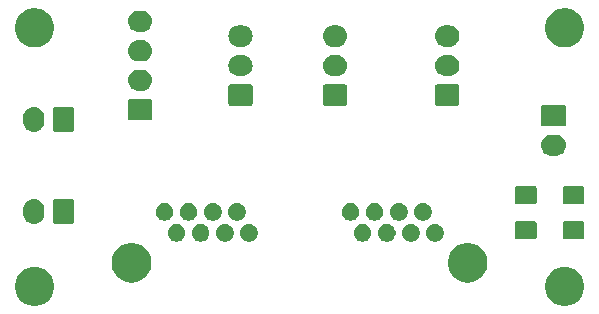
<source format=gbr>
G04 #@! TF.GenerationSoftware,KiCad,Pcbnew,(5.1.5)-3*
G04 #@! TF.CreationDate,2020-06-22T20:56:45+02:00*
G04 #@! TF.ProjectId,PCB Interface imprimante 3d,50434220-496e-4746-9572-666163652069,rev?*
G04 #@! TF.SameCoordinates,Original*
G04 #@! TF.FileFunction,Soldermask,Top*
G04 #@! TF.FilePolarity,Negative*
%FSLAX46Y46*%
G04 Gerber Fmt 4.6, Leading zero omitted, Abs format (unit mm)*
G04 Created by KiCad (PCBNEW (5.1.5)-3) date 2020-06-22 20:56:45*
%MOMM*%
%LPD*%
G04 APERTURE LIST*
%ADD10C,0.100000*%
G04 APERTURE END LIST*
D10*
G36*
X148825256Y-123841298D02*
G01*
X148931579Y-123862447D01*
X149232042Y-123986903D01*
X149502451Y-124167585D01*
X149732415Y-124397549D01*
X149913097Y-124667958D01*
X150037553Y-124968421D01*
X150101000Y-125287391D01*
X150101000Y-125612609D01*
X150037553Y-125931579D01*
X149913097Y-126232042D01*
X149732415Y-126502451D01*
X149502451Y-126732415D01*
X149232042Y-126913097D01*
X148931579Y-127037553D01*
X148825256Y-127058702D01*
X148612611Y-127101000D01*
X148287389Y-127101000D01*
X148074744Y-127058702D01*
X147968421Y-127037553D01*
X147667958Y-126913097D01*
X147397549Y-126732415D01*
X147167585Y-126502451D01*
X146986903Y-126232042D01*
X146862447Y-125931579D01*
X146799000Y-125612609D01*
X146799000Y-125287391D01*
X146862447Y-124968421D01*
X146986903Y-124667958D01*
X147167585Y-124397549D01*
X147397549Y-124167585D01*
X147667958Y-123986903D01*
X147968421Y-123862447D01*
X148074744Y-123841298D01*
X148287389Y-123799000D01*
X148612611Y-123799000D01*
X148825256Y-123841298D01*
G37*
G36*
X103925256Y-123841298D02*
G01*
X104031579Y-123862447D01*
X104332042Y-123986903D01*
X104602451Y-124167585D01*
X104832415Y-124397549D01*
X105013097Y-124667958D01*
X105137553Y-124968421D01*
X105201000Y-125287391D01*
X105201000Y-125612609D01*
X105137553Y-125931579D01*
X105013097Y-126232042D01*
X104832415Y-126502451D01*
X104602451Y-126732415D01*
X104332042Y-126913097D01*
X104031579Y-127037553D01*
X103925256Y-127058702D01*
X103712611Y-127101000D01*
X103387389Y-127101000D01*
X103174744Y-127058702D01*
X103068421Y-127037553D01*
X102767958Y-126913097D01*
X102497549Y-126732415D01*
X102267585Y-126502451D01*
X102086903Y-126232042D01*
X101962447Y-125931579D01*
X101899000Y-125612609D01*
X101899000Y-125287391D01*
X101962447Y-124968421D01*
X102086903Y-124667958D01*
X102267585Y-124397549D01*
X102497549Y-124167585D01*
X102767958Y-123986903D01*
X103068421Y-123862447D01*
X103174744Y-123841298D01*
X103387389Y-123799000D01*
X103712611Y-123799000D01*
X103925256Y-123841298D01*
G37*
G36*
X112263871Y-121838408D02*
G01*
X112568883Y-121964748D01*
X112843387Y-122148166D01*
X113076834Y-122381613D01*
X113260252Y-122656117D01*
X113386592Y-122961129D01*
X113451000Y-123284928D01*
X113451000Y-123615072D01*
X113386592Y-123938871D01*
X113260252Y-124243883D01*
X113076834Y-124518387D01*
X112843387Y-124751834D01*
X112568883Y-124935252D01*
X112263871Y-125061592D01*
X112101971Y-125093796D01*
X111940073Y-125126000D01*
X111609927Y-125126000D01*
X111448029Y-125093796D01*
X111286129Y-125061592D01*
X110981117Y-124935252D01*
X110706613Y-124751834D01*
X110473166Y-124518387D01*
X110289748Y-124243883D01*
X110163408Y-123938871D01*
X110099000Y-123615072D01*
X110099000Y-123284928D01*
X110163408Y-122961129D01*
X110289748Y-122656117D01*
X110473166Y-122381613D01*
X110706613Y-122148166D01*
X110981117Y-121964748D01*
X111286129Y-121838408D01*
X111609927Y-121774000D01*
X111940073Y-121774000D01*
X112263871Y-121838408D01*
G37*
G36*
X140713871Y-121838408D02*
G01*
X141018883Y-121964748D01*
X141293387Y-122148166D01*
X141526834Y-122381613D01*
X141710252Y-122656117D01*
X141836592Y-122961129D01*
X141901000Y-123284928D01*
X141901000Y-123615072D01*
X141836592Y-123938871D01*
X141710252Y-124243883D01*
X141526834Y-124518387D01*
X141293387Y-124751834D01*
X141018883Y-124935252D01*
X140713871Y-125061592D01*
X140551971Y-125093796D01*
X140390073Y-125126000D01*
X140059927Y-125126000D01*
X139898029Y-125093796D01*
X139736129Y-125061592D01*
X139431117Y-124935252D01*
X139156613Y-124751834D01*
X138923166Y-124518387D01*
X138739748Y-124243883D01*
X138613408Y-123938871D01*
X138549000Y-123615072D01*
X138549000Y-123284928D01*
X138613408Y-122961129D01*
X138739748Y-122656117D01*
X138923166Y-122381613D01*
X139156613Y-122148166D01*
X139431117Y-121964748D01*
X139736129Y-121838408D01*
X140059927Y-121774000D01*
X140390073Y-121774000D01*
X140713871Y-121838408D01*
G37*
G36*
X119885059Y-120187860D02*
G01*
X120021732Y-120244472D01*
X120144735Y-120326660D01*
X120249340Y-120431265D01*
X120331528Y-120554268D01*
X120388140Y-120690941D01*
X120417000Y-120836033D01*
X120417000Y-120983967D01*
X120388140Y-121129059D01*
X120331528Y-121265732D01*
X120249340Y-121388735D01*
X120144735Y-121493340D01*
X120021732Y-121575528D01*
X120021731Y-121575529D01*
X120021730Y-121575529D01*
X119885059Y-121632140D01*
X119739968Y-121661000D01*
X119592032Y-121661000D01*
X119446941Y-121632140D01*
X119310270Y-121575529D01*
X119310269Y-121575529D01*
X119310268Y-121575528D01*
X119187265Y-121493340D01*
X119082660Y-121388735D01*
X119000472Y-121265732D01*
X118943860Y-121129059D01*
X118915000Y-120983967D01*
X118915000Y-120836033D01*
X118943860Y-120690941D01*
X119000472Y-120554268D01*
X119082660Y-120431265D01*
X119187265Y-120326660D01*
X119310268Y-120244472D01*
X119446941Y-120187860D01*
X119592032Y-120159000D01*
X119739968Y-120159000D01*
X119885059Y-120187860D01*
G37*
G36*
X121925059Y-120187860D02*
G01*
X122061732Y-120244472D01*
X122184735Y-120326660D01*
X122289340Y-120431265D01*
X122371528Y-120554268D01*
X122428140Y-120690941D01*
X122457000Y-120836033D01*
X122457000Y-120983967D01*
X122428140Y-121129059D01*
X122371528Y-121265732D01*
X122289340Y-121388735D01*
X122184735Y-121493340D01*
X122061732Y-121575528D01*
X122061731Y-121575529D01*
X122061730Y-121575529D01*
X121925059Y-121632140D01*
X121779968Y-121661000D01*
X121632032Y-121661000D01*
X121486941Y-121632140D01*
X121350270Y-121575529D01*
X121350269Y-121575529D01*
X121350268Y-121575528D01*
X121227265Y-121493340D01*
X121122660Y-121388735D01*
X121040472Y-121265732D01*
X120983860Y-121129059D01*
X120955000Y-120983967D01*
X120955000Y-120836033D01*
X120983860Y-120690941D01*
X121040472Y-120554268D01*
X121122660Y-120431265D01*
X121227265Y-120326660D01*
X121350268Y-120244472D01*
X121486941Y-120187860D01*
X121632032Y-120159000D01*
X121779968Y-120159000D01*
X121925059Y-120187860D01*
G37*
G36*
X133594059Y-120187860D02*
G01*
X133730732Y-120244472D01*
X133853735Y-120326660D01*
X133958340Y-120431265D01*
X134040528Y-120554268D01*
X134097140Y-120690941D01*
X134126000Y-120836033D01*
X134126000Y-120983967D01*
X134097140Y-121129059D01*
X134040528Y-121265732D01*
X133958340Y-121388735D01*
X133853735Y-121493340D01*
X133730732Y-121575528D01*
X133730731Y-121575529D01*
X133730730Y-121575529D01*
X133594059Y-121632140D01*
X133448968Y-121661000D01*
X133301032Y-121661000D01*
X133155941Y-121632140D01*
X133019270Y-121575529D01*
X133019269Y-121575529D01*
X133019268Y-121575528D01*
X132896265Y-121493340D01*
X132791660Y-121388735D01*
X132709472Y-121265732D01*
X132652860Y-121129059D01*
X132624000Y-120983967D01*
X132624000Y-120836033D01*
X132652860Y-120690941D01*
X132709472Y-120554268D01*
X132791660Y-120431265D01*
X132896265Y-120326660D01*
X133019268Y-120244472D01*
X133155941Y-120187860D01*
X133301032Y-120159000D01*
X133448968Y-120159000D01*
X133594059Y-120187860D01*
G37*
G36*
X117845059Y-120187860D02*
G01*
X117981732Y-120244472D01*
X118104735Y-120326660D01*
X118209340Y-120431265D01*
X118291528Y-120554268D01*
X118348140Y-120690941D01*
X118377000Y-120836033D01*
X118377000Y-120983967D01*
X118348140Y-121129059D01*
X118291528Y-121265732D01*
X118209340Y-121388735D01*
X118104735Y-121493340D01*
X117981732Y-121575528D01*
X117981731Y-121575529D01*
X117981730Y-121575529D01*
X117845059Y-121632140D01*
X117699968Y-121661000D01*
X117552032Y-121661000D01*
X117406941Y-121632140D01*
X117270270Y-121575529D01*
X117270269Y-121575529D01*
X117270268Y-121575528D01*
X117147265Y-121493340D01*
X117042660Y-121388735D01*
X116960472Y-121265732D01*
X116903860Y-121129059D01*
X116875000Y-120983967D01*
X116875000Y-120836033D01*
X116903860Y-120690941D01*
X116960472Y-120554268D01*
X117042660Y-120431265D01*
X117147265Y-120326660D01*
X117270268Y-120244472D01*
X117406941Y-120187860D01*
X117552032Y-120159000D01*
X117699968Y-120159000D01*
X117845059Y-120187860D01*
G37*
G36*
X115804059Y-120187860D02*
G01*
X115940732Y-120244472D01*
X116063735Y-120326660D01*
X116168340Y-120431265D01*
X116250528Y-120554268D01*
X116307140Y-120690941D01*
X116336000Y-120836033D01*
X116336000Y-120983967D01*
X116307140Y-121129059D01*
X116250528Y-121265732D01*
X116168340Y-121388735D01*
X116063735Y-121493340D01*
X115940732Y-121575528D01*
X115940731Y-121575529D01*
X115940730Y-121575529D01*
X115804059Y-121632140D01*
X115658968Y-121661000D01*
X115511032Y-121661000D01*
X115365941Y-121632140D01*
X115229270Y-121575529D01*
X115229269Y-121575529D01*
X115229268Y-121575528D01*
X115106265Y-121493340D01*
X115001660Y-121388735D01*
X114919472Y-121265732D01*
X114862860Y-121129059D01*
X114834000Y-120983967D01*
X114834000Y-120836033D01*
X114862860Y-120690941D01*
X114919472Y-120554268D01*
X115001660Y-120431265D01*
X115106265Y-120326660D01*
X115229268Y-120244472D01*
X115365941Y-120187860D01*
X115511032Y-120159000D01*
X115658968Y-120159000D01*
X115804059Y-120187860D01*
G37*
G36*
X137674059Y-120187860D02*
G01*
X137810732Y-120244472D01*
X137933735Y-120326660D01*
X138038340Y-120431265D01*
X138120528Y-120554268D01*
X138177140Y-120690941D01*
X138206000Y-120836033D01*
X138206000Y-120983967D01*
X138177140Y-121129059D01*
X138120528Y-121265732D01*
X138038340Y-121388735D01*
X137933735Y-121493340D01*
X137810732Y-121575528D01*
X137810731Y-121575529D01*
X137810730Y-121575529D01*
X137674059Y-121632140D01*
X137528968Y-121661000D01*
X137381032Y-121661000D01*
X137235941Y-121632140D01*
X137099270Y-121575529D01*
X137099269Y-121575529D01*
X137099268Y-121575528D01*
X136976265Y-121493340D01*
X136871660Y-121388735D01*
X136789472Y-121265732D01*
X136732860Y-121129059D01*
X136704000Y-120983967D01*
X136704000Y-120836033D01*
X136732860Y-120690941D01*
X136789472Y-120554268D01*
X136871660Y-120431265D01*
X136976265Y-120326660D01*
X137099268Y-120244472D01*
X137235941Y-120187860D01*
X137381032Y-120159000D01*
X137528968Y-120159000D01*
X137674059Y-120187860D01*
G37*
G36*
X135634059Y-120187860D02*
G01*
X135770732Y-120244472D01*
X135893735Y-120326660D01*
X135998340Y-120431265D01*
X136080528Y-120554268D01*
X136137140Y-120690941D01*
X136166000Y-120836033D01*
X136166000Y-120983967D01*
X136137140Y-121129059D01*
X136080528Y-121265732D01*
X135998340Y-121388735D01*
X135893735Y-121493340D01*
X135770732Y-121575528D01*
X135770731Y-121575529D01*
X135770730Y-121575529D01*
X135634059Y-121632140D01*
X135488968Y-121661000D01*
X135341032Y-121661000D01*
X135195941Y-121632140D01*
X135059270Y-121575529D01*
X135059269Y-121575529D01*
X135059268Y-121575528D01*
X134936265Y-121493340D01*
X134831660Y-121388735D01*
X134749472Y-121265732D01*
X134692860Y-121129059D01*
X134664000Y-120983967D01*
X134664000Y-120836033D01*
X134692860Y-120690941D01*
X134749472Y-120554268D01*
X134831660Y-120431265D01*
X134936265Y-120326660D01*
X135059268Y-120244472D01*
X135195941Y-120187860D01*
X135341032Y-120159000D01*
X135488968Y-120159000D01*
X135634059Y-120187860D01*
G37*
G36*
X131554059Y-120187860D02*
G01*
X131690732Y-120244472D01*
X131813735Y-120326660D01*
X131918340Y-120431265D01*
X132000528Y-120554268D01*
X132057140Y-120690941D01*
X132086000Y-120836033D01*
X132086000Y-120983967D01*
X132057140Y-121129059D01*
X132000528Y-121265732D01*
X131918340Y-121388735D01*
X131813735Y-121493340D01*
X131690732Y-121575528D01*
X131690731Y-121575529D01*
X131690730Y-121575529D01*
X131554059Y-121632140D01*
X131408968Y-121661000D01*
X131261032Y-121661000D01*
X131115941Y-121632140D01*
X130979270Y-121575529D01*
X130979269Y-121575529D01*
X130979268Y-121575528D01*
X130856265Y-121493340D01*
X130751660Y-121388735D01*
X130669472Y-121265732D01*
X130612860Y-121129059D01*
X130584000Y-120983967D01*
X130584000Y-120836033D01*
X130612860Y-120690941D01*
X130669472Y-120554268D01*
X130751660Y-120431265D01*
X130856265Y-120326660D01*
X130979268Y-120244472D01*
X131115941Y-120187860D01*
X131261032Y-120159000D01*
X131408968Y-120159000D01*
X131554059Y-120187860D01*
G37*
G36*
X145925562Y-119928181D02*
G01*
X145960481Y-119938774D01*
X145992663Y-119955976D01*
X146020873Y-119979127D01*
X146044024Y-120007337D01*
X146061226Y-120039519D01*
X146071819Y-120074438D01*
X146076000Y-120116895D01*
X146076000Y-121258105D01*
X146071819Y-121300562D01*
X146061226Y-121335481D01*
X146044024Y-121367663D01*
X146020873Y-121395873D01*
X145992663Y-121419024D01*
X145960481Y-121436226D01*
X145925562Y-121446819D01*
X145883105Y-121451000D01*
X144416895Y-121451000D01*
X144374438Y-121446819D01*
X144339519Y-121436226D01*
X144307337Y-121419024D01*
X144279127Y-121395873D01*
X144255976Y-121367663D01*
X144238774Y-121335481D01*
X144228181Y-121300562D01*
X144224000Y-121258105D01*
X144224000Y-120116895D01*
X144228181Y-120074438D01*
X144238774Y-120039519D01*
X144255976Y-120007337D01*
X144279127Y-119979127D01*
X144307337Y-119955976D01*
X144339519Y-119938774D01*
X144374438Y-119928181D01*
X144416895Y-119924000D01*
X145883105Y-119924000D01*
X145925562Y-119928181D01*
G37*
G36*
X149975562Y-119928181D02*
G01*
X150010481Y-119938774D01*
X150042663Y-119955976D01*
X150070873Y-119979127D01*
X150094024Y-120007337D01*
X150111226Y-120039519D01*
X150121819Y-120074438D01*
X150126000Y-120116895D01*
X150126000Y-121258105D01*
X150121819Y-121300562D01*
X150111226Y-121335481D01*
X150094024Y-121367663D01*
X150070873Y-121395873D01*
X150042663Y-121419024D01*
X150010481Y-121436226D01*
X149975562Y-121446819D01*
X149933105Y-121451000D01*
X148466895Y-121451000D01*
X148424438Y-121446819D01*
X148389519Y-121436226D01*
X148357337Y-121419024D01*
X148329127Y-121395873D01*
X148305976Y-121367663D01*
X148288774Y-121335481D01*
X148278181Y-121300562D01*
X148274000Y-121258105D01*
X148274000Y-120116895D01*
X148278181Y-120074438D01*
X148288774Y-120039519D01*
X148305976Y-120007337D01*
X148329127Y-119979127D01*
X148357337Y-119955976D01*
X148389519Y-119938774D01*
X148424438Y-119928181D01*
X148466895Y-119924000D01*
X149933105Y-119924000D01*
X149975562Y-119928181D01*
G37*
G36*
X103676627Y-118062037D02*
G01*
X103846466Y-118113557D01*
X104002991Y-118197222D01*
X104038729Y-118226552D01*
X104140186Y-118309814D01*
X104220649Y-118407860D01*
X104252778Y-118447009D01*
X104336443Y-118603534D01*
X104387963Y-118773374D01*
X104401000Y-118905743D01*
X104401000Y-119294258D01*
X104387963Y-119426627D01*
X104336443Y-119596466D01*
X104252778Y-119752991D01*
X104223448Y-119788729D01*
X104140186Y-119890186D01*
X104002989Y-120002779D01*
X103868925Y-120074438D01*
X103846465Y-120086443D01*
X103676626Y-120137963D01*
X103500000Y-120155359D01*
X103323373Y-120137963D01*
X103153534Y-120086443D01*
X102997009Y-120002778D01*
X102939981Y-119955976D01*
X102859814Y-119890186D01*
X102747221Y-119752989D01*
X102663558Y-119596467D01*
X102629967Y-119485732D01*
X102612037Y-119426626D01*
X102599000Y-119294257D01*
X102599000Y-118905742D01*
X102612037Y-118773373D01*
X102663557Y-118603534D01*
X102747222Y-118447009D01*
X102859815Y-118309815D01*
X102997010Y-118197222D01*
X103153535Y-118113557D01*
X103323374Y-118062037D01*
X103500000Y-118044641D01*
X103676627Y-118062037D01*
G37*
G36*
X106758600Y-118052989D02*
G01*
X106791652Y-118063015D01*
X106822103Y-118079292D01*
X106848799Y-118101201D01*
X106870708Y-118127897D01*
X106886985Y-118158348D01*
X106897011Y-118191400D01*
X106901000Y-118231903D01*
X106901000Y-119968097D01*
X106897011Y-120008600D01*
X106886985Y-120041652D01*
X106870708Y-120072103D01*
X106848799Y-120098799D01*
X106822103Y-120120708D01*
X106791652Y-120136985D01*
X106758600Y-120147011D01*
X106718097Y-120151000D01*
X105281903Y-120151000D01*
X105241400Y-120147011D01*
X105208348Y-120136985D01*
X105177897Y-120120708D01*
X105151201Y-120098799D01*
X105129292Y-120072103D01*
X105113015Y-120041652D01*
X105102989Y-120008600D01*
X105099000Y-119968097D01*
X105099000Y-118231903D01*
X105102989Y-118191400D01*
X105113015Y-118158348D01*
X105129292Y-118127897D01*
X105151201Y-118101201D01*
X105177897Y-118079292D01*
X105208348Y-118063015D01*
X105241400Y-118052989D01*
X105281903Y-118049000D01*
X106718097Y-118049000D01*
X106758600Y-118052989D01*
G37*
G36*
X134614059Y-118407860D02*
G01*
X134742896Y-118461226D01*
X134750732Y-118464472D01*
X134873735Y-118546660D01*
X134978340Y-118651265D01*
X135059931Y-118773375D01*
X135060529Y-118774270D01*
X135117140Y-118910941D01*
X135146000Y-119056032D01*
X135146000Y-119203968D01*
X135117140Y-119349059D01*
X135085012Y-119426624D01*
X135060528Y-119485732D01*
X134978340Y-119608735D01*
X134873735Y-119713340D01*
X134750732Y-119795528D01*
X134750731Y-119795529D01*
X134750730Y-119795529D01*
X134614059Y-119852140D01*
X134468968Y-119881000D01*
X134321032Y-119881000D01*
X134175941Y-119852140D01*
X134039270Y-119795529D01*
X134039269Y-119795529D01*
X134039268Y-119795528D01*
X133916265Y-119713340D01*
X133811660Y-119608735D01*
X133729472Y-119485732D01*
X133704989Y-119426624D01*
X133672860Y-119349059D01*
X133644000Y-119203968D01*
X133644000Y-119056032D01*
X133672860Y-118910941D01*
X133729471Y-118774270D01*
X133730069Y-118773375D01*
X133811660Y-118651265D01*
X133916265Y-118546660D01*
X134039268Y-118464472D01*
X134047105Y-118461226D01*
X134175941Y-118407860D01*
X134321032Y-118379000D01*
X134468968Y-118379000D01*
X134614059Y-118407860D01*
G37*
G36*
X120905059Y-118407860D02*
G01*
X121033896Y-118461226D01*
X121041732Y-118464472D01*
X121164735Y-118546660D01*
X121269340Y-118651265D01*
X121350931Y-118773375D01*
X121351529Y-118774270D01*
X121408140Y-118910941D01*
X121437000Y-119056032D01*
X121437000Y-119203968D01*
X121408140Y-119349059D01*
X121376012Y-119426624D01*
X121351528Y-119485732D01*
X121269340Y-119608735D01*
X121164735Y-119713340D01*
X121041732Y-119795528D01*
X121041731Y-119795529D01*
X121041730Y-119795529D01*
X120905059Y-119852140D01*
X120759968Y-119881000D01*
X120612032Y-119881000D01*
X120466941Y-119852140D01*
X120330270Y-119795529D01*
X120330269Y-119795529D01*
X120330268Y-119795528D01*
X120207265Y-119713340D01*
X120102660Y-119608735D01*
X120020472Y-119485732D01*
X119995989Y-119426624D01*
X119963860Y-119349059D01*
X119935000Y-119203968D01*
X119935000Y-119056032D01*
X119963860Y-118910941D01*
X120020471Y-118774270D01*
X120021069Y-118773375D01*
X120102660Y-118651265D01*
X120207265Y-118546660D01*
X120330268Y-118464472D01*
X120338105Y-118461226D01*
X120466941Y-118407860D01*
X120612032Y-118379000D01*
X120759968Y-118379000D01*
X120905059Y-118407860D01*
G37*
G36*
X118865059Y-118407860D02*
G01*
X118993896Y-118461226D01*
X119001732Y-118464472D01*
X119124735Y-118546660D01*
X119229340Y-118651265D01*
X119310931Y-118773375D01*
X119311529Y-118774270D01*
X119368140Y-118910941D01*
X119397000Y-119056032D01*
X119397000Y-119203968D01*
X119368140Y-119349059D01*
X119336012Y-119426624D01*
X119311528Y-119485732D01*
X119229340Y-119608735D01*
X119124735Y-119713340D01*
X119001732Y-119795528D01*
X119001731Y-119795529D01*
X119001730Y-119795529D01*
X118865059Y-119852140D01*
X118719968Y-119881000D01*
X118572032Y-119881000D01*
X118426941Y-119852140D01*
X118290270Y-119795529D01*
X118290269Y-119795529D01*
X118290268Y-119795528D01*
X118167265Y-119713340D01*
X118062660Y-119608735D01*
X117980472Y-119485732D01*
X117955989Y-119426624D01*
X117923860Y-119349059D01*
X117895000Y-119203968D01*
X117895000Y-119056032D01*
X117923860Y-118910941D01*
X117980471Y-118774270D01*
X117981069Y-118773375D01*
X118062660Y-118651265D01*
X118167265Y-118546660D01*
X118290268Y-118464472D01*
X118298105Y-118461226D01*
X118426941Y-118407860D01*
X118572032Y-118379000D01*
X118719968Y-118379000D01*
X118865059Y-118407860D01*
G37*
G36*
X114784059Y-118407860D02*
G01*
X114912896Y-118461226D01*
X114920732Y-118464472D01*
X115043735Y-118546660D01*
X115148340Y-118651265D01*
X115229931Y-118773375D01*
X115230529Y-118774270D01*
X115287140Y-118910941D01*
X115316000Y-119056032D01*
X115316000Y-119203968D01*
X115287140Y-119349059D01*
X115255012Y-119426624D01*
X115230528Y-119485732D01*
X115148340Y-119608735D01*
X115043735Y-119713340D01*
X114920732Y-119795528D01*
X114920731Y-119795529D01*
X114920730Y-119795529D01*
X114784059Y-119852140D01*
X114638968Y-119881000D01*
X114491032Y-119881000D01*
X114345941Y-119852140D01*
X114209270Y-119795529D01*
X114209269Y-119795529D01*
X114209268Y-119795528D01*
X114086265Y-119713340D01*
X113981660Y-119608735D01*
X113899472Y-119485732D01*
X113874989Y-119426624D01*
X113842860Y-119349059D01*
X113814000Y-119203968D01*
X113814000Y-119056032D01*
X113842860Y-118910941D01*
X113899471Y-118774270D01*
X113900069Y-118773375D01*
X113981660Y-118651265D01*
X114086265Y-118546660D01*
X114209268Y-118464472D01*
X114217105Y-118461226D01*
X114345941Y-118407860D01*
X114491032Y-118379000D01*
X114638968Y-118379000D01*
X114784059Y-118407860D01*
G37*
G36*
X116824059Y-118407860D02*
G01*
X116952896Y-118461226D01*
X116960732Y-118464472D01*
X117083735Y-118546660D01*
X117188340Y-118651265D01*
X117269931Y-118773375D01*
X117270529Y-118774270D01*
X117327140Y-118910941D01*
X117356000Y-119056032D01*
X117356000Y-119203968D01*
X117327140Y-119349059D01*
X117295012Y-119426624D01*
X117270528Y-119485732D01*
X117188340Y-119608735D01*
X117083735Y-119713340D01*
X116960732Y-119795528D01*
X116960731Y-119795529D01*
X116960730Y-119795529D01*
X116824059Y-119852140D01*
X116678968Y-119881000D01*
X116531032Y-119881000D01*
X116385941Y-119852140D01*
X116249270Y-119795529D01*
X116249269Y-119795529D01*
X116249268Y-119795528D01*
X116126265Y-119713340D01*
X116021660Y-119608735D01*
X115939472Y-119485732D01*
X115914989Y-119426624D01*
X115882860Y-119349059D01*
X115854000Y-119203968D01*
X115854000Y-119056032D01*
X115882860Y-118910941D01*
X115939471Y-118774270D01*
X115940069Y-118773375D01*
X116021660Y-118651265D01*
X116126265Y-118546660D01*
X116249268Y-118464472D01*
X116257105Y-118461226D01*
X116385941Y-118407860D01*
X116531032Y-118379000D01*
X116678968Y-118379000D01*
X116824059Y-118407860D01*
G37*
G36*
X136654059Y-118407860D02*
G01*
X136782896Y-118461226D01*
X136790732Y-118464472D01*
X136913735Y-118546660D01*
X137018340Y-118651265D01*
X137099931Y-118773375D01*
X137100529Y-118774270D01*
X137157140Y-118910941D01*
X137186000Y-119056032D01*
X137186000Y-119203968D01*
X137157140Y-119349059D01*
X137125012Y-119426624D01*
X137100528Y-119485732D01*
X137018340Y-119608735D01*
X136913735Y-119713340D01*
X136790732Y-119795528D01*
X136790731Y-119795529D01*
X136790730Y-119795529D01*
X136654059Y-119852140D01*
X136508968Y-119881000D01*
X136361032Y-119881000D01*
X136215941Y-119852140D01*
X136079270Y-119795529D01*
X136079269Y-119795529D01*
X136079268Y-119795528D01*
X135956265Y-119713340D01*
X135851660Y-119608735D01*
X135769472Y-119485732D01*
X135744989Y-119426624D01*
X135712860Y-119349059D01*
X135684000Y-119203968D01*
X135684000Y-119056032D01*
X135712860Y-118910941D01*
X135769471Y-118774270D01*
X135770069Y-118773375D01*
X135851660Y-118651265D01*
X135956265Y-118546660D01*
X136079268Y-118464472D01*
X136087105Y-118461226D01*
X136215941Y-118407860D01*
X136361032Y-118379000D01*
X136508968Y-118379000D01*
X136654059Y-118407860D01*
G37*
G36*
X130534059Y-118407860D02*
G01*
X130662896Y-118461226D01*
X130670732Y-118464472D01*
X130793735Y-118546660D01*
X130898340Y-118651265D01*
X130979931Y-118773375D01*
X130980529Y-118774270D01*
X131037140Y-118910941D01*
X131066000Y-119056032D01*
X131066000Y-119203968D01*
X131037140Y-119349059D01*
X131005012Y-119426624D01*
X130980528Y-119485732D01*
X130898340Y-119608735D01*
X130793735Y-119713340D01*
X130670732Y-119795528D01*
X130670731Y-119795529D01*
X130670730Y-119795529D01*
X130534059Y-119852140D01*
X130388968Y-119881000D01*
X130241032Y-119881000D01*
X130095941Y-119852140D01*
X129959270Y-119795529D01*
X129959269Y-119795529D01*
X129959268Y-119795528D01*
X129836265Y-119713340D01*
X129731660Y-119608735D01*
X129649472Y-119485732D01*
X129624989Y-119426624D01*
X129592860Y-119349059D01*
X129564000Y-119203968D01*
X129564000Y-119056032D01*
X129592860Y-118910941D01*
X129649471Y-118774270D01*
X129650069Y-118773375D01*
X129731660Y-118651265D01*
X129836265Y-118546660D01*
X129959268Y-118464472D01*
X129967105Y-118461226D01*
X130095941Y-118407860D01*
X130241032Y-118379000D01*
X130388968Y-118379000D01*
X130534059Y-118407860D01*
G37*
G36*
X132574059Y-118407860D02*
G01*
X132702896Y-118461226D01*
X132710732Y-118464472D01*
X132833735Y-118546660D01*
X132938340Y-118651265D01*
X133019931Y-118773375D01*
X133020529Y-118774270D01*
X133077140Y-118910941D01*
X133106000Y-119056032D01*
X133106000Y-119203968D01*
X133077140Y-119349059D01*
X133045012Y-119426624D01*
X133020528Y-119485732D01*
X132938340Y-119608735D01*
X132833735Y-119713340D01*
X132710732Y-119795528D01*
X132710731Y-119795529D01*
X132710730Y-119795529D01*
X132574059Y-119852140D01*
X132428968Y-119881000D01*
X132281032Y-119881000D01*
X132135941Y-119852140D01*
X131999270Y-119795529D01*
X131999269Y-119795529D01*
X131999268Y-119795528D01*
X131876265Y-119713340D01*
X131771660Y-119608735D01*
X131689472Y-119485732D01*
X131664989Y-119426624D01*
X131632860Y-119349059D01*
X131604000Y-119203968D01*
X131604000Y-119056032D01*
X131632860Y-118910941D01*
X131689471Y-118774270D01*
X131690069Y-118773375D01*
X131771660Y-118651265D01*
X131876265Y-118546660D01*
X131999268Y-118464472D01*
X132007105Y-118461226D01*
X132135941Y-118407860D01*
X132281032Y-118379000D01*
X132428968Y-118379000D01*
X132574059Y-118407860D01*
G37*
G36*
X145925562Y-116953181D02*
G01*
X145960481Y-116963774D01*
X145992663Y-116980976D01*
X146020873Y-117004127D01*
X146044024Y-117032337D01*
X146061226Y-117064519D01*
X146071819Y-117099438D01*
X146076000Y-117141895D01*
X146076000Y-118283105D01*
X146071819Y-118325562D01*
X146061226Y-118360481D01*
X146044024Y-118392663D01*
X146020873Y-118420873D01*
X145992663Y-118444024D01*
X145960481Y-118461226D01*
X145925562Y-118471819D01*
X145883105Y-118476000D01*
X144416895Y-118476000D01*
X144374438Y-118471819D01*
X144339519Y-118461226D01*
X144307337Y-118444024D01*
X144279127Y-118420873D01*
X144255976Y-118392663D01*
X144238774Y-118360481D01*
X144228181Y-118325562D01*
X144224000Y-118283105D01*
X144224000Y-117141895D01*
X144228181Y-117099438D01*
X144238774Y-117064519D01*
X144255976Y-117032337D01*
X144279127Y-117004127D01*
X144307337Y-116980976D01*
X144339519Y-116963774D01*
X144374438Y-116953181D01*
X144416895Y-116949000D01*
X145883105Y-116949000D01*
X145925562Y-116953181D01*
G37*
G36*
X149975562Y-116953181D02*
G01*
X150010481Y-116963774D01*
X150042663Y-116980976D01*
X150070873Y-117004127D01*
X150094024Y-117032337D01*
X150111226Y-117064519D01*
X150121819Y-117099438D01*
X150126000Y-117141895D01*
X150126000Y-118283105D01*
X150121819Y-118325562D01*
X150111226Y-118360481D01*
X150094024Y-118392663D01*
X150070873Y-118420873D01*
X150042663Y-118444024D01*
X150010481Y-118461226D01*
X149975562Y-118471819D01*
X149933105Y-118476000D01*
X148466895Y-118476000D01*
X148424438Y-118471819D01*
X148389519Y-118461226D01*
X148357337Y-118444024D01*
X148329127Y-118420873D01*
X148305976Y-118392663D01*
X148288774Y-118360481D01*
X148278181Y-118325562D01*
X148274000Y-118283105D01*
X148274000Y-117141895D01*
X148278181Y-117099438D01*
X148288774Y-117064519D01*
X148305976Y-117032337D01*
X148329127Y-117004127D01*
X148357337Y-116980976D01*
X148389519Y-116963774D01*
X148424438Y-116953181D01*
X148466895Y-116949000D01*
X149933105Y-116949000D01*
X149975562Y-116953181D01*
G37*
G36*
X147760443Y-112605519D02*
G01*
X147826627Y-112612037D01*
X147996466Y-112663557D01*
X148152991Y-112747222D01*
X148188729Y-112776552D01*
X148290186Y-112859814D01*
X148373448Y-112961271D01*
X148402778Y-112997009D01*
X148486443Y-113153534D01*
X148537963Y-113323373D01*
X148555359Y-113500000D01*
X148537963Y-113676627D01*
X148486443Y-113846466D01*
X148402778Y-114002991D01*
X148373448Y-114038729D01*
X148290186Y-114140186D01*
X148188729Y-114223448D01*
X148152991Y-114252778D01*
X147996466Y-114336443D01*
X147826627Y-114387963D01*
X147760443Y-114394481D01*
X147694260Y-114401000D01*
X147305740Y-114401000D01*
X147239557Y-114394481D01*
X147173373Y-114387963D01*
X147003534Y-114336443D01*
X146847009Y-114252778D01*
X146811271Y-114223448D01*
X146709814Y-114140186D01*
X146626552Y-114038729D01*
X146597222Y-114002991D01*
X146513557Y-113846466D01*
X146462037Y-113676627D01*
X146444641Y-113500000D01*
X146462037Y-113323373D01*
X146513557Y-113153534D01*
X146597222Y-112997009D01*
X146626552Y-112961271D01*
X146709814Y-112859814D01*
X146811271Y-112776552D01*
X146847009Y-112747222D01*
X147003534Y-112663557D01*
X147173373Y-112612037D01*
X147239557Y-112605519D01*
X147305740Y-112599000D01*
X147694260Y-112599000D01*
X147760443Y-112605519D01*
G37*
G36*
X103676627Y-110262037D02*
G01*
X103846466Y-110313557D01*
X104002991Y-110397222D01*
X104038729Y-110426552D01*
X104140186Y-110509814D01*
X104223448Y-110611271D01*
X104252778Y-110647009D01*
X104336443Y-110803534D01*
X104387963Y-110973374D01*
X104401000Y-111105743D01*
X104401000Y-111494258D01*
X104387963Y-111626627D01*
X104336443Y-111796466D01*
X104252778Y-111952991D01*
X104223448Y-111988729D01*
X104140186Y-112090186D01*
X104002989Y-112202779D01*
X103846467Y-112286442D01*
X103846465Y-112286443D01*
X103676626Y-112337963D01*
X103500000Y-112355359D01*
X103323373Y-112337963D01*
X103153534Y-112286443D01*
X102997009Y-112202778D01*
X102954750Y-112168097D01*
X102859814Y-112090186D01*
X102747221Y-111952989D01*
X102663558Y-111796467D01*
X102652071Y-111758600D01*
X102612037Y-111626626D01*
X102599000Y-111494257D01*
X102599000Y-111105742D01*
X102612037Y-110973373D01*
X102663557Y-110803534D01*
X102747222Y-110647009D01*
X102859815Y-110509815D01*
X102997010Y-110397222D01*
X103153535Y-110313557D01*
X103323374Y-110262037D01*
X103500000Y-110244641D01*
X103676627Y-110262037D01*
G37*
G36*
X106758600Y-110252989D02*
G01*
X106791652Y-110263015D01*
X106822103Y-110279292D01*
X106848799Y-110301201D01*
X106870708Y-110327897D01*
X106886985Y-110358348D01*
X106897011Y-110391400D01*
X106901000Y-110431903D01*
X106901000Y-112168097D01*
X106897011Y-112208600D01*
X106886985Y-112241652D01*
X106870708Y-112272103D01*
X106848799Y-112298799D01*
X106822103Y-112320708D01*
X106791652Y-112336985D01*
X106758600Y-112347011D01*
X106718097Y-112351000D01*
X105281903Y-112351000D01*
X105241400Y-112347011D01*
X105208348Y-112336985D01*
X105177897Y-112320708D01*
X105151201Y-112298799D01*
X105129292Y-112272103D01*
X105113015Y-112241652D01*
X105102989Y-112208600D01*
X105099000Y-112168097D01*
X105099000Y-110431903D01*
X105102989Y-110391400D01*
X105113015Y-110358348D01*
X105129292Y-110327897D01*
X105151201Y-110301201D01*
X105177897Y-110279292D01*
X105208348Y-110263015D01*
X105241400Y-110252989D01*
X105281903Y-110249000D01*
X106718097Y-110249000D01*
X106758600Y-110252989D01*
G37*
G36*
X148408600Y-110102989D02*
G01*
X148441652Y-110113015D01*
X148472103Y-110129292D01*
X148498799Y-110151201D01*
X148520708Y-110177897D01*
X148536985Y-110208348D01*
X148547011Y-110241400D01*
X148551000Y-110281903D01*
X148551000Y-111718097D01*
X148547011Y-111758600D01*
X148536985Y-111791652D01*
X148520708Y-111822103D01*
X148498799Y-111848799D01*
X148472103Y-111870708D01*
X148441652Y-111886985D01*
X148408600Y-111897011D01*
X148368097Y-111901000D01*
X146631903Y-111901000D01*
X146591400Y-111897011D01*
X146558348Y-111886985D01*
X146527897Y-111870708D01*
X146501201Y-111848799D01*
X146479292Y-111822103D01*
X146463015Y-111791652D01*
X146452989Y-111758600D01*
X146449000Y-111718097D01*
X146449000Y-110281903D01*
X146452989Y-110241400D01*
X146463015Y-110208348D01*
X146479292Y-110177897D01*
X146501201Y-110151201D01*
X146527897Y-110129292D01*
X146558348Y-110113015D01*
X146591400Y-110102989D01*
X146631903Y-110099000D01*
X148368097Y-110099000D01*
X148408600Y-110102989D01*
G37*
G36*
X113383600Y-109602989D02*
G01*
X113416652Y-109613015D01*
X113447103Y-109629292D01*
X113473799Y-109651201D01*
X113495708Y-109677897D01*
X113511985Y-109708348D01*
X113522011Y-109741400D01*
X113526000Y-109781903D01*
X113526000Y-111218097D01*
X113522011Y-111258600D01*
X113511985Y-111291652D01*
X113495708Y-111322103D01*
X113473799Y-111348799D01*
X113447103Y-111370708D01*
X113416652Y-111386985D01*
X113383600Y-111397011D01*
X113343097Y-111401000D01*
X111656903Y-111401000D01*
X111616400Y-111397011D01*
X111583348Y-111386985D01*
X111552897Y-111370708D01*
X111526201Y-111348799D01*
X111504292Y-111322103D01*
X111488015Y-111291652D01*
X111477989Y-111258600D01*
X111474000Y-111218097D01*
X111474000Y-109781903D01*
X111477989Y-109741400D01*
X111488015Y-109708348D01*
X111504292Y-109677897D01*
X111526201Y-109651201D01*
X111552897Y-109629292D01*
X111583348Y-109613015D01*
X111616400Y-109602989D01*
X111656903Y-109599000D01*
X113343097Y-109599000D01*
X113383600Y-109602989D01*
G37*
G36*
X129883600Y-108352989D02*
G01*
X129916652Y-108363015D01*
X129947103Y-108379292D01*
X129973799Y-108401201D01*
X129995708Y-108427897D01*
X130011985Y-108458348D01*
X130022011Y-108491400D01*
X130026000Y-108531903D01*
X130026000Y-109968097D01*
X130022011Y-110008600D01*
X130011985Y-110041652D01*
X129995708Y-110072103D01*
X129973799Y-110098799D01*
X129947103Y-110120708D01*
X129916652Y-110136985D01*
X129883600Y-110147011D01*
X129843097Y-110151000D01*
X128156903Y-110151000D01*
X128116400Y-110147011D01*
X128083348Y-110136985D01*
X128052897Y-110120708D01*
X128026201Y-110098799D01*
X128004292Y-110072103D01*
X127988015Y-110041652D01*
X127977989Y-110008600D01*
X127974000Y-109968097D01*
X127974000Y-108531903D01*
X127977989Y-108491400D01*
X127988015Y-108458348D01*
X128004292Y-108427897D01*
X128026201Y-108401201D01*
X128052897Y-108379292D01*
X128083348Y-108363015D01*
X128116400Y-108352989D01*
X128156903Y-108349000D01*
X129843097Y-108349000D01*
X129883600Y-108352989D01*
G37*
G36*
X121883600Y-108352989D02*
G01*
X121916652Y-108363015D01*
X121947103Y-108379292D01*
X121973799Y-108401201D01*
X121995708Y-108427897D01*
X122011985Y-108458348D01*
X122022011Y-108491400D01*
X122026000Y-108531903D01*
X122026000Y-109968097D01*
X122022011Y-110008600D01*
X122011985Y-110041652D01*
X121995708Y-110072103D01*
X121973799Y-110098799D01*
X121947103Y-110120708D01*
X121916652Y-110136985D01*
X121883600Y-110147011D01*
X121843097Y-110151000D01*
X120156903Y-110151000D01*
X120116400Y-110147011D01*
X120083348Y-110136985D01*
X120052897Y-110120708D01*
X120026201Y-110098799D01*
X120004292Y-110072103D01*
X119988015Y-110041652D01*
X119977989Y-110008600D01*
X119974000Y-109968097D01*
X119974000Y-108531903D01*
X119977989Y-108491400D01*
X119988015Y-108458348D01*
X120004292Y-108427897D01*
X120026201Y-108401201D01*
X120052897Y-108379292D01*
X120083348Y-108363015D01*
X120116400Y-108352989D01*
X120156903Y-108349000D01*
X121843097Y-108349000D01*
X121883600Y-108352989D01*
G37*
G36*
X139383600Y-108352989D02*
G01*
X139416652Y-108363015D01*
X139447103Y-108379292D01*
X139473799Y-108401201D01*
X139495708Y-108427897D01*
X139511985Y-108458348D01*
X139522011Y-108491400D01*
X139526000Y-108531903D01*
X139526000Y-109968097D01*
X139522011Y-110008600D01*
X139511985Y-110041652D01*
X139495708Y-110072103D01*
X139473799Y-110098799D01*
X139447103Y-110120708D01*
X139416652Y-110136985D01*
X139383600Y-110147011D01*
X139343097Y-110151000D01*
X137656903Y-110151000D01*
X137616400Y-110147011D01*
X137583348Y-110136985D01*
X137552897Y-110120708D01*
X137526201Y-110098799D01*
X137504292Y-110072103D01*
X137488015Y-110041652D01*
X137477989Y-110008600D01*
X137474000Y-109968097D01*
X137474000Y-108531903D01*
X137477989Y-108491400D01*
X137488015Y-108458348D01*
X137504292Y-108427897D01*
X137526201Y-108401201D01*
X137552897Y-108379292D01*
X137583348Y-108363015D01*
X137616400Y-108352989D01*
X137656903Y-108349000D01*
X139343097Y-108349000D01*
X139383600Y-108352989D01*
G37*
G36*
X112735443Y-107105519D02*
G01*
X112801627Y-107112037D01*
X112971466Y-107163557D01*
X113127991Y-107247222D01*
X113135020Y-107252991D01*
X113265186Y-107359814D01*
X113348448Y-107461271D01*
X113377778Y-107497009D01*
X113461443Y-107653534D01*
X113512963Y-107823373D01*
X113530359Y-108000000D01*
X113512963Y-108176627D01*
X113461443Y-108346466D01*
X113377778Y-108502991D01*
X113369901Y-108512589D01*
X113265186Y-108640186D01*
X113163729Y-108723448D01*
X113127991Y-108752778D01*
X112971466Y-108836443D01*
X112801627Y-108887963D01*
X112735442Y-108894482D01*
X112669260Y-108901000D01*
X112330740Y-108901000D01*
X112264558Y-108894482D01*
X112198373Y-108887963D01*
X112028534Y-108836443D01*
X111872009Y-108752778D01*
X111836271Y-108723448D01*
X111734814Y-108640186D01*
X111630099Y-108512589D01*
X111622222Y-108502991D01*
X111538557Y-108346466D01*
X111487037Y-108176627D01*
X111469641Y-108000000D01*
X111487037Y-107823373D01*
X111538557Y-107653534D01*
X111622222Y-107497009D01*
X111651552Y-107461271D01*
X111734814Y-107359814D01*
X111864980Y-107252991D01*
X111872009Y-107247222D01*
X112028534Y-107163557D01*
X112198373Y-107112037D01*
X112264557Y-107105519D01*
X112330740Y-107099000D01*
X112669260Y-107099000D01*
X112735443Y-107105519D01*
G37*
G36*
X121235443Y-105855519D02*
G01*
X121301627Y-105862037D01*
X121471466Y-105913557D01*
X121627991Y-105997222D01*
X121635020Y-106002991D01*
X121765186Y-106109814D01*
X121848448Y-106211271D01*
X121877778Y-106247009D01*
X121961443Y-106403534D01*
X122012963Y-106573373D01*
X122030359Y-106750000D01*
X122012963Y-106926627D01*
X121961443Y-107096466D01*
X121877778Y-107252991D01*
X121848448Y-107288729D01*
X121765186Y-107390186D01*
X121663729Y-107473448D01*
X121627991Y-107502778D01*
X121471466Y-107586443D01*
X121301627Y-107637963D01*
X121235442Y-107644482D01*
X121169260Y-107651000D01*
X120830740Y-107651000D01*
X120764558Y-107644482D01*
X120698373Y-107637963D01*
X120528534Y-107586443D01*
X120372009Y-107502778D01*
X120336271Y-107473448D01*
X120234814Y-107390186D01*
X120151552Y-107288729D01*
X120122222Y-107252991D01*
X120038557Y-107096466D01*
X119987037Y-106926627D01*
X119969641Y-106750000D01*
X119987037Y-106573373D01*
X120038557Y-106403534D01*
X120122222Y-106247009D01*
X120151552Y-106211271D01*
X120234814Y-106109814D01*
X120364980Y-106002991D01*
X120372009Y-105997222D01*
X120528534Y-105913557D01*
X120698373Y-105862037D01*
X120764557Y-105855519D01*
X120830740Y-105849000D01*
X121169260Y-105849000D01*
X121235443Y-105855519D01*
G37*
G36*
X138735443Y-105855519D02*
G01*
X138801627Y-105862037D01*
X138971466Y-105913557D01*
X139127991Y-105997222D01*
X139135020Y-106002991D01*
X139265186Y-106109814D01*
X139348448Y-106211271D01*
X139377778Y-106247009D01*
X139461443Y-106403534D01*
X139512963Y-106573373D01*
X139530359Y-106750000D01*
X139512963Y-106926627D01*
X139461443Y-107096466D01*
X139377778Y-107252991D01*
X139348448Y-107288729D01*
X139265186Y-107390186D01*
X139163729Y-107473448D01*
X139127991Y-107502778D01*
X138971466Y-107586443D01*
X138801627Y-107637963D01*
X138735442Y-107644482D01*
X138669260Y-107651000D01*
X138330740Y-107651000D01*
X138264558Y-107644482D01*
X138198373Y-107637963D01*
X138028534Y-107586443D01*
X137872009Y-107502778D01*
X137836271Y-107473448D01*
X137734814Y-107390186D01*
X137651552Y-107288729D01*
X137622222Y-107252991D01*
X137538557Y-107096466D01*
X137487037Y-106926627D01*
X137469641Y-106750000D01*
X137487037Y-106573373D01*
X137538557Y-106403534D01*
X137622222Y-106247009D01*
X137651552Y-106211271D01*
X137734814Y-106109814D01*
X137864980Y-106002991D01*
X137872009Y-105997222D01*
X138028534Y-105913557D01*
X138198373Y-105862037D01*
X138264557Y-105855519D01*
X138330740Y-105849000D01*
X138669260Y-105849000D01*
X138735443Y-105855519D01*
G37*
G36*
X129235443Y-105855519D02*
G01*
X129301627Y-105862037D01*
X129471466Y-105913557D01*
X129627991Y-105997222D01*
X129635020Y-106002991D01*
X129765186Y-106109814D01*
X129848448Y-106211271D01*
X129877778Y-106247009D01*
X129961443Y-106403534D01*
X130012963Y-106573373D01*
X130030359Y-106750000D01*
X130012963Y-106926627D01*
X129961443Y-107096466D01*
X129877778Y-107252991D01*
X129848448Y-107288729D01*
X129765186Y-107390186D01*
X129663729Y-107473448D01*
X129627991Y-107502778D01*
X129471466Y-107586443D01*
X129301627Y-107637963D01*
X129235442Y-107644482D01*
X129169260Y-107651000D01*
X128830740Y-107651000D01*
X128764558Y-107644482D01*
X128698373Y-107637963D01*
X128528534Y-107586443D01*
X128372009Y-107502778D01*
X128336271Y-107473448D01*
X128234814Y-107390186D01*
X128151552Y-107288729D01*
X128122222Y-107252991D01*
X128038557Y-107096466D01*
X127987037Y-106926627D01*
X127969641Y-106750000D01*
X127987037Y-106573373D01*
X128038557Y-106403534D01*
X128122222Y-106247009D01*
X128151552Y-106211271D01*
X128234814Y-106109814D01*
X128364980Y-106002991D01*
X128372009Y-105997222D01*
X128528534Y-105913557D01*
X128698373Y-105862037D01*
X128764557Y-105855519D01*
X128830740Y-105849000D01*
X129169260Y-105849000D01*
X129235443Y-105855519D01*
G37*
G36*
X112735443Y-104605519D02*
G01*
X112801627Y-104612037D01*
X112971466Y-104663557D01*
X113127991Y-104747222D01*
X113135020Y-104752991D01*
X113265186Y-104859814D01*
X113348448Y-104961271D01*
X113377778Y-104997009D01*
X113461443Y-105153534D01*
X113512963Y-105323373D01*
X113530359Y-105500000D01*
X113512963Y-105676627D01*
X113461443Y-105846466D01*
X113377778Y-106002991D01*
X113348448Y-106038729D01*
X113265186Y-106140186D01*
X113163729Y-106223448D01*
X113127991Y-106252778D01*
X112971466Y-106336443D01*
X112801627Y-106387963D01*
X112735442Y-106394482D01*
X112669260Y-106401000D01*
X112330740Y-106401000D01*
X112264558Y-106394482D01*
X112198373Y-106387963D01*
X112028534Y-106336443D01*
X111872009Y-106252778D01*
X111836271Y-106223448D01*
X111734814Y-106140186D01*
X111651552Y-106038729D01*
X111622222Y-106002991D01*
X111538557Y-105846466D01*
X111487037Y-105676627D01*
X111469641Y-105500000D01*
X111487037Y-105323373D01*
X111538557Y-105153534D01*
X111622222Y-104997009D01*
X111651552Y-104961271D01*
X111734814Y-104859814D01*
X111864980Y-104752991D01*
X111872009Y-104747222D01*
X112028534Y-104663557D01*
X112198373Y-104612037D01*
X112264558Y-104605518D01*
X112330740Y-104599000D01*
X112669260Y-104599000D01*
X112735443Y-104605519D01*
G37*
G36*
X103925256Y-101941298D02*
G01*
X104031579Y-101962447D01*
X104332042Y-102086903D01*
X104602451Y-102267585D01*
X104832415Y-102497549D01*
X104936641Y-102653534D01*
X105013098Y-102767960D01*
X105137553Y-103068422D01*
X105201000Y-103387389D01*
X105201000Y-103712611D01*
X105194157Y-103747011D01*
X105137553Y-104031579D01*
X105013097Y-104332042D01*
X104832415Y-104602451D01*
X104602451Y-104832415D01*
X104332042Y-105013097D01*
X104031579Y-105137553D01*
X103963976Y-105151000D01*
X103712611Y-105201000D01*
X103387389Y-105201000D01*
X103136024Y-105151000D01*
X103068421Y-105137553D01*
X102767958Y-105013097D01*
X102497549Y-104832415D01*
X102267585Y-104602451D01*
X102086903Y-104332042D01*
X101962447Y-104031579D01*
X101905843Y-103747011D01*
X101899000Y-103712611D01*
X101899000Y-103387389D01*
X101962447Y-103068422D01*
X102086902Y-102767960D01*
X102163359Y-102653534D01*
X102267585Y-102497549D01*
X102497549Y-102267585D01*
X102767958Y-102086903D01*
X103068421Y-101962447D01*
X103174744Y-101941298D01*
X103387389Y-101899000D01*
X103712611Y-101899000D01*
X103925256Y-101941298D01*
G37*
G36*
X148825256Y-101941298D02*
G01*
X148931579Y-101962447D01*
X149232042Y-102086903D01*
X149502451Y-102267585D01*
X149732415Y-102497549D01*
X149836641Y-102653534D01*
X149913098Y-102767960D01*
X150037553Y-103068422D01*
X150101000Y-103387389D01*
X150101000Y-103712611D01*
X150094157Y-103747011D01*
X150037553Y-104031579D01*
X149913097Y-104332042D01*
X149732415Y-104602451D01*
X149502451Y-104832415D01*
X149232042Y-105013097D01*
X148931579Y-105137553D01*
X148863976Y-105151000D01*
X148612611Y-105201000D01*
X148287389Y-105201000D01*
X148036024Y-105151000D01*
X147968421Y-105137553D01*
X147667958Y-105013097D01*
X147397549Y-104832415D01*
X147167585Y-104602451D01*
X146986903Y-104332042D01*
X146862447Y-104031579D01*
X146805843Y-103747011D01*
X146799000Y-103712611D01*
X146799000Y-103387389D01*
X146862447Y-103068422D01*
X146986902Y-102767960D01*
X147063359Y-102653534D01*
X147167585Y-102497549D01*
X147397549Y-102267585D01*
X147667958Y-102086903D01*
X147968421Y-101962447D01*
X148074744Y-101941298D01*
X148287389Y-101899000D01*
X148612611Y-101899000D01*
X148825256Y-101941298D01*
G37*
G36*
X138735442Y-103355518D02*
G01*
X138801627Y-103362037D01*
X138971466Y-103413557D01*
X139127991Y-103497222D01*
X139135020Y-103502991D01*
X139265186Y-103609814D01*
X139348448Y-103711271D01*
X139377778Y-103747009D01*
X139461443Y-103903534D01*
X139512963Y-104073373D01*
X139530359Y-104250000D01*
X139512963Y-104426627D01*
X139461443Y-104596466D01*
X139377778Y-104752991D01*
X139348448Y-104788729D01*
X139265186Y-104890186D01*
X139163729Y-104973448D01*
X139127991Y-105002778D01*
X138971466Y-105086443D01*
X138801627Y-105137963D01*
X138735442Y-105144482D01*
X138669260Y-105151000D01*
X138330740Y-105151000D01*
X138264558Y-105144482D01*
X138198373Y-105137963D01*
X138028534Y-105086443D01*
X137872009Y-105002778D01*
X137836271Y-104973448D01*
X137734814Y-104890186D01*
X137651552Y-104788729D01*
X137622222Y-104752991D01*
X137538557Y-104596466D01*
X137487037Y-104426627D01*
X137469641Y-104250000D01*
X137487037Y-104073373D01*
X137538557Y-103903534D01*
X137622222Y-103747009D01*
X137651552Y-103711271D01*
X137734814Y-103609814D01*
X137864980Y-103502991D01*
X137872009Y-103497222D01*
X138028534Y-103413557D01*
X138198373Y-103362037D01*
X138264558Y-103355518D01*
X138330740Y-103349000D01*
X138669260Y-103349000D01*
X138735442Y-103355518D01*
G37*
G36*
X121235442Y-103355518D02*
G01*
X121301627Y-103362037D01*
X121471466Y-103413557D01*
X121627991Y-103497222D01*
X121635020Y-103502991D01*
X121765186Y-103609814D01*
X121848448Y-103711271D01*
X121877778Y-103747009D01*
X121961443Y-103903534D01*
X122012963Y-104073373D01*
X122030359Y-104250000D01*
X122012963Y-104426627D01*
X121961443Y-104596466D01*
X121877778Y-104752991D01*
X121848448Y-104788729D01*
X121765186Y-104890186D01*
X121663729Y-104973448D01*
X121627991Y-105002778D01*
X121471466Y-105086443D01*
X121301627Y-105137963D01*
X121235442Y-105144482D01*
X121169260Y-105151000D01*
X120830740Y-105151000D01*
X120764558Y-105144482D01*
X120698373Y-105137963D01*
X120528534Y-105086443D01*
X120372009Y-105002778D01*
X120336271Y-104973448D01*
X120234814Y-104890186D01*
X120151552Y-104788729D01*
X120122222Y-104752991D01*
X120038557Y-104596466D01*
X119987037Y-104426627D01*
X119969641Y-104250000D01*
X119987037Y-104073373D01*
X120038557Y-103903534D01*
X120122222Y-103747009D01*
X120151552Y-103711271D01*
X120234814Y-103609814D01*
X120364980Y-103502991D01*
X120372009Y-103497222D01*
X120528534Y-103413557D01*
X120698373Y-103362037D01*
X120764558Y-103355518D01*
X120830740Y-103349000D01*
X121169260Y-103349000D01*
X121235442Y-103355518D01*
G37*
G36*
X129235442Y-103355518D02*
G01*
X129301627Y-103362037D01*
X129471466Y-103413557D01*
X129627991Y-103497222D01*
X129635020Y-103502991D01*
X129765186Y-103609814D01*
X129848448Y-103711271D01*
X129877778Y-103747009D01*
X129961443Y-103903534D01*
X130012963Y-104073373D01*
X130030359Y-104250000D01*
X130012963Y-104426627D01*
X129961443Y-104596466D01*
X129877778Y-104752991D01*
X129848448Y-104788729D01*
X129765186Y-104890186D01*
X129663729Y-104973448D01*
X129627991Y-105002778D01*
X129471466Y-105086443D01*
X129301627Y-105137963D01*
X129235442Y-105144482D01*
X129169260Y-105151000D01*
X128830740Y-105151000D01*
X128764558Y-105144482D01*
X128698373Y-105137963D01*
X128528534Y-105086443D01*
X128372009Y-105002778D01*
X128336271Y-104973448D01*
X128234814Y-104890186D01*
X128151552Y-104788729D01*
X128122222Y-104752991D01*
X128038557Y-104596466D01*
X127987037Y-104426627D01*
X127969641Y-104250000D01*
X127987037Y-104073373D01*
X128038557Y-103903534D01*
X128122222Y-103747009D01*
X128151552Y-103711271D01*
X128234814Y-103609814D01*
X128364980Y-103502991D01*
X128372009Y-103497222D01*
X128528534Y-103413557D01*
X128698373Y-103362037D01*
X128764558Y-103355518D01*
X128830740Y-103349000D01*
X129169260Y-103349000D01*
X129235442Y-103355518D01*
G37*
G36*
X112735443Y-102105519D02*
G01*
X112801627Y-102112037D01*
X112971466Y-102163557D01*
X113127991Y-102247222D01*
X113152802Y-102267584D01*
X113265186Y-102359814D01*
X113348448Y-102461271D01*
X113377778Y-102497009D01*
X113461443Y-102653534D01*
X113512963Y-102823373D01*
X113530359Y-103000000D01*
X113512963Y-103176627D01*
X113461443Y-103346466D01*
X113377778Y-103502991D01*
X113348448Y-103538729D01*
X113265186Y-103640186D01*
X113163729Y-103723448D01*
X113127991Y-103752778D01*
X112971466Y-103836443D01*
X112801627Y-103887963D01*
X112735442Y-103894482D01*
X112669260Y-103901000D01*
X112330740Y-103901000D01*
X112264558Y-103894482D01*
X112198373Y-103887963D01*
X112028534Y-103836443D01*
X111872009Y-103752778D01*
X111836271Y-103723448D01*
X111734814Y-103640186D01*
X111651552Y-103538729D01*
X111622222Y-103502991D01*
X111538557Y-103346466D01*
X111487037Y-103176627D01*
X111469641Y-103000000D01*
X111487037Y-102823373D01*
X111538557Y-102653534D01*
X111622222Y-102497009D01*
X111651552Y-102461271D01*
X111734814Y-102359814D01*
X111847198Y-102267584D01*
X111872009Y-102247222D01*
X112028534Y-102163557D01*
X112198373Y-102112037D01*
X112264557Y-102105519D01*
X112330740Y-102099000D01*
X112669260Y-102099000D01*
X112735443Y-102105519D01*
G37*
M02*

</source>
